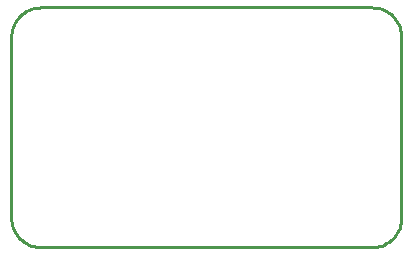
<source format=gbr>
G04 EAGLE Gerber RS-274X export*
G75*
%MOMM*%
%FSLAX34Y34*%
%LPD*%
%IN*%
%IPPOS*%
%AMOC8*
5,1,8,0,0,1.08239X$1,22.5*%
G01*
%ADD10C,0.254000*%


D10*
X0Y25400D02*
X97Y23186D01*
X386Y20989D01*
X865Y18826D01*
X1532Y16713D01*
X2380Y14666D01*
X3403Y12700D01*
X4594Y10831D01*
X5942Y9073D01*
X7440Y7440D01*
X9073Y5942D01*
X10831Y4594D01*
X12700Y3403D01*
X14666Y2380D01*
X16713Y1532D01*
X18826Y865D01*
X20989Y386D01*
X23186Y97D01*
X25400Y0D01*
X304800Y0D01*
X307014Y97D01*
X309211Y386D01*
X311374Y865D01*
X313487Y1532D01*
X315535Y2380D01*
X317500Y3403D01*
X319369Y4594D01*
X321127Y5942D01*
X322761Y7440D01*
X324258Y9073D01*
X325606Y10831D01*
X326797Y12700D01*
X327820Y14666D01*
X328668Y16713D01*
X329335Y18826D01*
X329814Y20989D01*
X330103Y23186D01*
X330200Y25400D01*
X330200Y177800D01*
X330103Y180014D01*
X329814Y182211D01*
X329335Y184374D01*
X328668Y186487D01*
X327820Y188535D01*
X326797Y190500D01*
X325606Y192369D01*
X324258Y194127D01*
X322761Y195761D01*
X321127Y197258D01*
X319369Y198606D01*
X317500Y199797D01*
X315535Y200820D01*
X313487Y201668D01*
X311374Y202335D01*
X309211Y202814D01*
X307014Y203103D01*
X304800Y203200D01*
X25400Y203200D01*
X23186Y203103D01*
X20989Y202814D01*
X18826Y202335D01*
X16713Y201668D01*
X14666Y200820D01*
X12700Y199797D01*
X10831Y198606D01*
X9073Y197258D01*
X7440Y195761D01*
X5942Y194127D01*
X4594Y192369D01*
X3403Y190500D01*
X2380Y188535D01*
X1532Y186487D01*
X865Y184374D01*
X386Y182211D01*
X97Y180014D01*
X0Y177800D01*
X0Y25400D01*
M02*

</source>
